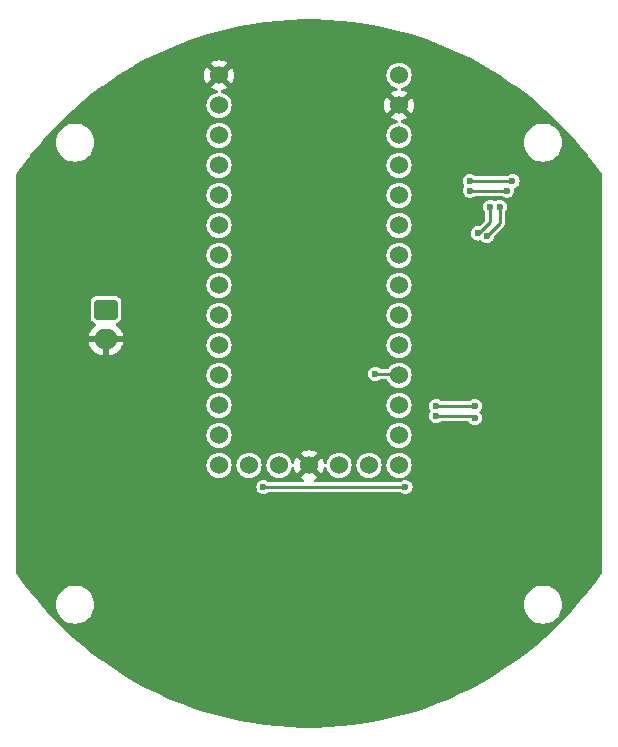
<source format=gbr>
%TF.GenerationSoftware,KiCad,Pcbnew,8.0.1*%
%TF.CreationDate,2024-04-29T03:40:20-07:00*%
%TF.ProjectId,CanSat PCB,43616e53-6174-4205-9043-422e6b696361,4*%
%TF.SameCoordinates,Original*%
%TF.FileFunction,Copper,L2,Bot*%
%TF.FilePolarity,Positive*%
%FSLAX46Y46*%
G04 Gerber Fmt 4.6, Leading zero omitted, Abs format (unit mm)*
G04 Created by KiCad (PCBNEW 8.0.1) date 2024-04-29 03:40:20*
%MOMM*%
%LPD*%
G01*
G04 APERTURE LIST*
G04 Aperture macros list*
%AMRoundRect*
0 Rectangle with rounded corners*
0 $1 Rounding radius*
0 $2 $3 $4 $5 $6 $7 $8 $9 X,Y pos of 4 corners*
0 Add a 4 corners polygon primitive as box body*
4,1,4,$2,$3,$4,$5,$6,$7,$8,$9,$2,$3,0*
0 Add four circle primitives for the rounded corners*
1,1,$1+$1,$2,$3*
1,1,$1+$1,$4,$5*
1,1,$1+$1,$6,$7*
1,1,$1+$1,$8,$9*
0 Add four rect primitives between the rounded corners*
20,1,$1+$1,$2,$3,$4,$5,0*
20,1,$1+$1,$4,$5,$6,$7,0*
20,1,$1+$1,$6,$7,$8,$9,0*
20,1,$1+$1,$8,$9,$2,$3,0*%
G04 Aperture macros list end*
%TA.AperFunction,ComponentPad*%
%ADD10RoundRect,0.250000X-0.750000X0.600000X-0.750000X-0.600000X0.750000X-0.600000X0.750000X0.600000X0*%
%TD*%
%TA.AperFunction,ComponentPad*%
%ADD11O,2.000000X1.700000*%
%TD*%
%TA.AperFunction,ComponentPad*%
%ADD12C,1.530000*%
%TD*%
%TA.AperFunction,ViaPad*%
%ADD13C,0.600000*%
%TD*%
%TA.AperFunction,Conductor*%
%ADD14C,0.250000*%
%TD*%
G04 APERTURE END LIST*
D10*
%TO.P,J8,1,Pin_1*%
%TO.N,+12V*%
X81354000Y-58282000D03*
D11*
%TO.P,J8,2,Pin_2*%
%TO.N,GND*%
X81354000Y-60782000D03*
%TD*%
D12*
%TO.P,U6,0,0*%
%TO.N,unconnected-(U6-Pad0)*%
X90932000Y-40990000D03*
%TO.P,U6,1,1*%
%TO.N,unconnected-(U6-Pad1)*%
X90932000Y-43530000D03*
%TO.P,U6,2,2*%
%TO.N,unconnected-(U6-Pad2)*%
X90932000Y-46070000D03*
%TO.P,U6,3,3*%
%TO.N,unconnected-(U6-Pad3)*%
X90932000Y-48610000D03*
%TO.P,U6,3.3V_1,3.3V_1*%
%TO.N,+3.3V*%
X96012000Y-71470000D03*
%TO.P,U6,3.3V_2,3.3V_2*%
X106172000Y-43530000D03*
%TO.P,U6,4,4*%
%TO.N,unconnected-(U6-Pad4)*%
X90932000Y-51150000D03*
%TO.P,U6,5,5*%
%TO.N,unconnected-(U6-Pad5)*%
X90932000Y-53690000D03*
%TO.P,U6,6,6*%
%TO.N,unconnected-(U6-Pad6)*%
X90932000Y-56230000D03*
%TO.P,U6,7,7*%
%TO.N,TX_GPS*%
X90932000Y-58770000D03*
%TO.P,U6,8,8*%
%TO.N,RX_GPS*%
X90932000Y-61310000D03*
%TO.P,U6,9,9*%
%TO.N,PWM_4*%
X90932000Y-63850000D03*
%TO.P,U6,10,10*%
%TO.N,FET1*%
X90932000Y-66390000D03*
%TO.P,U6,11,11*%
%TO.N,unconnected-(U6-Pad11)*%
X90932000Y-68930000D03*
%TO.P,U6,12,12*%
%TO.N,FET2*%
X90932000Y-71470000D03*
%TO.P,U6,13,13*%
%TO.N,PWM_3*%
X106172000Y-71470000D03*
%TO.P,U6,14,14*%
%TO.N,TXD*%
X106172000Y-68930000D03*
%TO.P,U6,15,15*%
%TO.N,RXD*%
X106172000Y-66390000D03*
%TO.P,U6,16,16*%
%TO.N,SCL1*%
X106172000Y-63850000D03*
%TO.P,U6,17,17*%
%TO.N,SDA1*%
X106172000Y-61310000D03*
%TO.P,U6,18,18*%
%TO.N,SDA*%
X106172000Y-58770000D03*
%TO.P,U6,19,19*%
%TO.N,SCL*%
X106172000Y-56230000D03*
%TO.P,U6,20,20*%
%TO.N,unconnected-(U6-Pad20)*%
X106172000Y-53690000D03*
%TO.P,U6,21,21*%
%TO.N,unconnected-(U6-Pad21)*%
X106172000Y-51150000D03*
%TO.P,U6,22,22*%
%TO.N,PWM_2*%
X106172000Y-48610000D03*
%TO.P,U6,23,23*%
%TO.N,PWM_1*%
X106172000Y-46070000D03*
%TO.P,U6,G1,G1*%
%TO.N,GND*%
X90932000Y-38450000D03*
%TO.P,U6,G2,G2*%
X98552000Y-71470000D03*
%TO.P,U6,G3,G3*%
X106172000Y-40990000D03*
%TO.P,U6,ON-OFF,ON/OFF*%
%TO.N,unconnected-(U6-ON{slash}OFF-PadON-OFF)*%
X103632000Y-71470000D03*
%TO.P,U6,PGM,PROGRAM*%
%TO.N,unconnected-(U6-PROGRAM-PadPGM)*%
X101092000Y-71470000D03*
%TO.P,U6,VBAT,VBAT*%
%TO.N,unconnected-(U6-PadVBAT)*%
X93472000Y-71470000D03*
%TO.P,U6,VIN,VIN*%
%TO.N,+5V*%
X106172000Y-38450000D03*
%TD*%
D13*
%TO.N,GND*%
X84175600Y-74447400D03*
X80416400Y-66700400D03*
X78562200Y-66294000D03*
%TO.N,FET2*%
X94691200Y-73304400D03*
%TO.N,GND*%
X115646200Y-70764400D03*
X85902800Y-40741600D03*
%TO.N,TXD*%
X109321600Y-67259200D03*
%TO.N,RXD*%
X109321600Y-66446400D03*
%TO.N,GND*%
X111861600Y-43276000D03*
X117449600Y-78378800D03*
X95351600Y-90723200D03*
X109372400Y-71688600D03*
X111128246Y-82550401D03*
X79502000Y-67253600D03*
X79451200Y-78124800D03*
X87604600Y-57683400D03*
X103784400Y-76092800D03*
X105156000Y-87827600D03*
X85140800Y-73197200D03*
X85852000Y-42113200D03*
X105156000Y-77566000D03*
X114945000Y-45249389D03*
X112369600Y-71470000D03*
X109524800Y-74518000D03*
X90474800Y-79140800D03*
X117449600Y-60598800D03*
X111099600Y-76499200D03*
X86055200Y-48559200D03*
X113639600Y-41294800D03*
X110949981Y-50074276D03*
X94742000Y-77566000D03*
X109118400Y-51861200D03*
X87884000Y-48152800D03*
X79400400Y-74975200D03*
X109966600Y-69539600D03*
X86004400Y-47797200D03*
X91948000Y-87776800D03*
X88544400Y-49727600D03*
X113944400Y-43733200D03*
X117398800Y-52420000D03*
X86918800Y-48152800D03*
X101142800Y-90824800D03*
X113886400Y-82595200D03*
X79654400Y-50337200D03*
X117398800Y-65988200D03*
%TO.N,PWM_2*%
X115316000Y-48203600D03*
X112166400Y-48203600D03*
%TO.N,PWM_1*%
X112166400Y-47390800D03*
X115773200Y-47390800D03*
%TO.N,SDA*%
X112835293Y-51828945D03*
X113893600Y-49575200D03*
%TO.N,SCL*%
X113600800Y-52061331D03*
X114693603Y-49575200D03*
%TO.N,SCL1*%
X104157700Y-63715300D03*
%TO.N,RXD*%
X112572800Y-66440800D03*
%TO.N,TXD*%
X112572800Y-67456800D03*
%TO.N,FET2*%
X106705400Y-73298800D03*
%TD*%
D14*
%TO.N,FET2*%
X94696800Y-73298800D02*
X94691200Y-73304400D01*
X106705400Y-73298800D02*
X94696800Y-73298800D01*
%TO.N,TXD*%
X112375200Y-67259200D02*
X109321600Y-67259200D01*
X112572800Y-67456800D02*
X112375200Y-67259200D01*
%TO.N,RXD*%
X109327200Y-66440800D02*
X109321600Y-66446400D01*
X112572800Y-66440800D02*
X109327200Y-66440800D01*
%TO.N,PWM_2*%
X115316000Y-48203600D02*
X112166400Y-48203600D01*
%TO.N,PWM_1*%
X115773200Y-47390800D02*
X112166400Y-47390800D01*
%TO.N,SDA*%
X112949302Y-51828945D02*
X113893600Y-50884647D01*
X112835293Y-51828945D02*
X112949302Y-51828945D01*
X113893600Y-50884647D02*
X113893600Y-49575200D01*
%TO.N,SCL*%
X113600800Y-52061331D02*
X114693603Y-50968528D01*
X114693603Y-50968528D02*
X114693603Y-49575200D01*
%TO.N,SCL1*%
X104157700Y-63715300D02*
X105595500Y-63715300D01*
%TD*%
%TA.AperFunction,Conductor*%
%TO.N,GND*%
G36*
X99087798Y-33713234D02*
G01*
X100149851Y-33751046D01*
X100154250Y-33751280D01*
X101214373Y-33826860D01*
X101218665Y-33827243D01*
X102275407Y-33940492D01*
X102279785Y-33941039D01*
X103331814Y-34091813D01*
X103336155Y-34092514D01*
X104382160Y-34280623D01*
X104386385Y-34281460D01*
X105425104Y-34506681D01*
X105429326Y-34507676D01*
X106459292Y-34769690D01*
X106463520Y-34770845D01*
X107483566Y-35069355D01*
X107487720Y-35070652D01*
X108496422Y-35405239D01*
X108500585Y-35406702D01*
X109496768Y-35776975D01*
X109500876Y-35778586D01*
X110483230Y-36184058D01*
X110487277Y-36185813D01*
X111454589Y-36625983D01*
X111458525Y-36627859D01*
X112409636Y-37102202D01*
X112413506Y-37104219D01*
X113311247Y-37592578D01*
X113347064Y-37612062D01*
X113350901Y-37614238D01*
X114265818Y-38154985D01*
X114269536Y-38157273D01*
X114726847Y-38449999D01*
X115164641Y-38730233D01*
X115168314Y-38732677D01*
X115772341Y-39150341D01*
X116042448Y-39337110D01*
X116046027Y-39339681D01*
X116898102Y-39974830D01*
X116901565Y-39977509D01*
X117730536Y-40642600D01*
X117733908Y-40645406D01*
X118538661Y-41339546D01*
X118541930Y-41342468D01*
X119321512Y-42064832D01*
X119324650Y-42067846D01*
X120078025Y-42817478D01*
X120081053Y-42820600D01*
X120807287Y-43596569D01*
X120810244Y-43599844D01*
X121508367Y-44401112D01*
X121511206Y-44404490D01*
X122180388Y-45230102D01*
X122183105Y-45233579D01*
X122822476Y-46082460D01*
X122825067Y-46086031D01*
X123327539Y-46805026D01*
X123349807Y-46871252D01*
X123349900Y-46876057D01*
X123349900Y-80519141D01*
X123330215Y-80586180D01*
X123327540Y-80590172D01*
X122825068Y-81309169D01*
X122822476Y-81312740D01*
X122183105Y-82161620D01*
X122180388Y-82165097D01*
X121511206Y-82990709D01*
X121508367Y-82994087D01*
X120810244Y-83795355D01*
X120807287Y-83798630D01*
X120081075Y-84574577D01*
X120078003Y-84577744D01*
X119324658Y-85327345D01*
X119321475Y-85330402D01*
X118541951Y-86052713D01*
X118538661Y-86055653D01*
X117733908Y-86749793D01*
X117730516Y-86752616D01*
X116901578Y-87417680D01*
X116898088Y-87420379D01*
X116046032Y-88055515D01*
X116042448Y-88058089D01*
X115168315Y-88662521D01*
X115164641Y-88664966D01*
X114269556Y-89237914D01*
X114265798Y-89240226D01*
X113350902Y-89780960D01*
X113347064Y-89783137D01*
X112413528Y-90290968D01*
X112409615Y-90293008D01*
X111458548Y-90767329D01*
X111454565Y-90769227D01*
X110487278Y-91209385D01*
X110483230Y-91211141D01*
X109500876Y-91616613D01*
X109496768Y-91618224D01*
X108500585Y-91988497D01*
X108496422Y-91989960D01*
X107487749Y-92324538D01*
X107483537Y-92325853D01*
X106463534Y-92624350D01*
X106459278Y-92625513D01*
X105429363Y-92887514D01*
X105425068Y-92888526D01*
X104386437Y-93113728D01*
X104382108Y-93114586D01*
X103336162Y-93302683D01*
X103331807Y-93303387D01*
X102279786Y-93454159D01*
X102275407Y-93454707D01*
X101218716Y-93567951D01*
X101214321Y-93568343D01*
X100154254Y-93643918D01*
X100149848Y-93644153D01*
X99087799Y-93681965D01*
X99083387Y-93682044D01*
X98020613Y-93682044D01*
X98016201Y-93681965D01*
X96954151Y-93644153D01*
X96949745Y-93643918D01*
X95889678Y-93568343D01*
X95885283Y-93567951D01*
X94828592Y-93454707D01*
X94824213Y-93454159D01*
X93772192Y-93303387D01*
X93767837Y-93302683D01*
X92732451Y-93116485D01*
X92721883Y-93114584D01*
X92717571Y-93113729D01*
X91678931Y-92888526D01*
X91674636Y-92887514D01*
X90644721Y-92625513D01*
X90640465Y-92624350D01*
X89620462Y-92325853D01*
X89616250Y-92324538D01*
X88607577Y-91989960D01*
X88603414Y-91988497D01*
X87607231Y-91618224D01*
X87603123Y-91616613D01*
X86620769Y-91211141D01*
X86616721Y-91209385D01*
X85649434Y-90769227D01*
X85645451Y-90767329D01*
X84694384Y-90293008D01*
X84690471Y-90290968D01*
X83756935Y-89783137D01*
X83753097Y-89780960D01*
X82838201Y-89240226D01*
X82834443Y-89237914D01*
X81939358Y-88664966D01*
X81935684Y-88662521D01*
X81061551Y-88058089D01*
X81057967Y-88055515D01*
X80205911Y-87420379D01*
X80202421Y-87417680D01*
X79373468Y-86752604D01*
X79370091Y-86749793D01*
X78565338Y-86055653D01*
X78562065Y-86052728D01*
X77782488Y-85330368D01*
X77779341Y-85327345D01*
X77320281Y-84870566D01*
X77025973Y-84577720D01*
X77022947Y-84574600D01*
X76296703Y-83798620D01*
X76293755Y-83795355D01*
X76282990Y-83783000D01*
X75823481Y-83255600D01*
X77125033Y-83255600D01*
X77144916Y-83508239D01*
X77204073Y-83754649D01*
X77301051Y-83988776D01*
X77301053Y-83988779D01*
X77433460Y-84204849D01*
X77433461Y-84204850D01*
X77433462Y-84204852D01*
X77433464Y-84204854D01*
X77598046Y-84397554D01*
X77790746Y-84562136D01*
X77790748Y-84562137D01*
X77790749Y-84562138D01*
X77790750Y-84562139D01*
X78006820Y-84694546D01*
X78006823Y-84694548D01*
X78240950Y-84791526D01*
X78469881Y-84846486D01*
X78487364Y-84850684D01*
X78740000Y-84870567D01*
X78992636Y-84850684D01*
X79115844Y-84821104D01*
X79239049Y-84791526D01*
X79239050Y-84791525D01*
X79239052Y-84791525D01*
X79336027Y-84751356D01*
X79473176Y-84694548D01*
X79473177Y-84694547D01*
X79473180Y-84694546D01*
X79689254Y-84562136D01*
X79881954Y-84397554D01*
X80046536Y-84204854D01*
X80178946Y-83988780D01*
X80275925Y-83754652D01*
X80335084Y-83508236D01*
X80354967Y-83255600D01*
X116749033Y-83255600D01*
X116768916Y-83508239D01*
X116828073Y-83754649D01*
X116925051Y-83988776D01*
X116925053Y-83988779D01*
X117057460Y-84204849D01*
X117057461Y-84204850D01*
X117057462Y-84204852D01*
X117057464Y-84204854D01*
X117222046Y-84397554D01*
X117414746Y-84562136D01*
X117414748Y-84562137D01*
X117414749Y-84562138D01*
X117414750Y-84562139D01*
X117630820Y-84694546D01*
X117630823Y-84694548D01*
X117864950Y-84791526D01*
X118093881Y-84846486D01*
X118111364Y-84850684D01*
X118364000Y-84870567D01*
X118616636Y-84850684D01*
X118739844Y-84821104D01*
X118863049Y-84791526D01*
X118863050Y-84791525D01*
X118863052Y-84791525D01*
X118960027Y-84751356D01*
X119097176Y-84694548D01*
X119097177Y-84694547D01*
X119097180Y-84694546D01*
X119313254Y-84562136D01*
X119505954Y-84397554D01*
X119670536Y-84204854D01*
X119802946Y-83988780D01*
X119899925Y-83754652D01*
X119959084Y-83508236D01*
X119978967Y-83255600D01*
X119959084Y-83002964D01*
X119916354Y-82824980D01*
X119899926Y-82756550D01*
X119802948Y-82522423D01*
X119802946Y-82522420D01*
X119670539Y-82306350D01*
X119670538Y-82306349D01*
X119670537Y-82306348D01*
X119670536Y-82306346D01*
X119505954Y-82113646D01*
X119313254Y-81949064D01*
X119313252Y-81949062D01*
X119313250Y-81949061D01*
X119313249Y-81949060D01*
X119097179Y-81816653D01*
X119097176Y-81816651D01*
X118863049Y-81719673D01*
X118616639Y-81660516D01*
X118364000Y-81640633D01*
X118111360Y-81660516D01*
X117864950Y-81719673D01*
X117630823Y-81816651D01*
X117630820Y-81816653D01*
X117414750Y-81949060D01*
X117414749Y-81949061D01*
X117222046Y-82113646D01*
X117057461Y-82306349D01*
X117057460Y-82306350D01*
X116925053Y-82522420D01*
X116925051Y-82522423D01*
X116828073Y-82756550D01*
X116768916Y-83002960D01*
X116749033Y-83255600D01*
X80354967Y-83255600D01*
X80335084Y-83002964D01*
X80292354Y-82824980D01*
X80275926Y-82756550D01*
X80178948Y-82522423D01*
X80178946Y-82522420D01*
X80046539Y-82306350D01*
X80046538Y-82306349D01*
X80046537Y-82306348D01*
X80046536Y-82306346D01*
X79881954Y-82113646D01*
X79689254Y-81949064D01*
X79689252Y-81949062D01*
X79689250Y-81949061D01*
X79689249Y-81949060D01*
X79473179Y-81816653D01*
X79473176Y-81816651D01*
X79239049Y-81719673D01*
X78992639Y-81660516D01*
X78740000Y-81640633D01*
X78487360Y-81660516D01*
X78240950Y-81719673D01*
X78006823Y-81816651D01*
X78006820Y-81816653D01*
X77790750Y-81949060D01*
X77790749Y-81949061D01*
X77598046Y-82113646D01*
X77433461Y-82306349D01*
X77433460Y-82306350D01*
X77301053Y-82522420D01*
X77301051Y-82522423D01*
X77204073Y-82756550D01*
X77144916Y-83002960D01*
X77125033Y-83255600D01*
X75823481Y-83255600D01*
X75595632Y-82994087D01*
X75592793Y-82990709D01*
X74923611Y-82165097D01*
X74920894Y-82161620D01*
X74528490Y-81640633D01*
X74281518Y-81312733D01*
X74278931Y-81309169D01*
X73776460Y-80590172D01*
X73754193Y-80523945D01*
X73754100Y-80519141D01*
X73754100Y-73304401D01*
X94085518Y-73304401D01*
X94106155Y-73461160D01*
X94106156Y-73461162D01*
X94164343Y-73601639D01*
X94166664Y-73607241D01*
X94262918Y-73732682D01*
X94388359Y-73828936D01*
X94534438Y-73889444D01*
X94612819Y-73899763D01*
X94691199Y-73910082D01*
X94691200Y-73910082D01*
X94691201Y-73910082D01*
X94743454Y-73903202D01*
X94847962Y-73889444D01*
X94994041Y-73828936D01*
X95013842Y-73813741D01*
X95097013Y-73749924D01*
X95162182Y-73724730D01*
X95172499Y-73724300D01*
X106231399Y-73724300D01*
X106298438Y-73743985D01*
X106306885Y-73749924D01*
X106402557Y-73823335D01*
X106402558Y-73823335D01*
X106402559Y-73823336D01*
X106548638Y-73883844D01*
X106627019Y-73894163D01*
X106705399Y-73904482D01*
X106705400Y-73904482D01*
X106705401Y-73904482D01*
X106757654Y-73897602D01*
X106862162Y-73883844D01*
X107008241Y-73823336D01*
X107133682Y-73727082D01*
X107229936Y-73601641D01*
X107290444Y-73455562D01*
X107311082Y-73298800D01*
X107290444Y-73142038D01*
X107229936Y-72995959D01*
X107133682Y-72870518D01*
X107008241Y-72774264D01*
X106950348Y-72750284D01*
X106862162Y-72713756D01*
X106862160Y-72713755D01*
X106705401Y-72693118D01*
X106705399Y-72693118D01*
X106623562Y-72703892D01*
X106554527Y-72693126D01*
X106515283Y-72658295D01*
X106495862Y-72714953D01*
X106442094Y-72757888D01*
X106402557Y-72774264D01*
X106306885Y-72847676D01*
X106241715Y-72872870D01*
X106231399Y-72873300D01*
X99095186Y-72873300D01*
X99028147Y-72853615D01*
X98982392Y-72800811D01*
X98972448Y-72731653D01*
X99001473Y-72668097D01*
X99042781Y-72636918D01*
X99186915Y-72569706D01*
X99252342Y-72523894D01*
X98689575Y-71961127D01*
X98748853Y-71945245D01*
X98865147Y-71878102D01*
X98960102Y-71783147D01*
X99027245Y-71666853D01*
X99043128Y-71607575D01*
X99605894Y-72170342D01*
X99651706Y-72104915D01*
X99745250Y-71904309D01*
X99745254Y-71904300D01*
X99803941Y-71685275D01*
X99806343Y-71685918D01*
X99832647Y-71632707D01*
X99892556Y-71596753D01*
X99962393Y-71598896D01*
X100019985Y-71638456D01*
X100042485Y-71680750D01*
X100102844Y-71879723D01*
X100201779Y-72064818D01*
X100201783Y-72064825D01*
X100334932Y-72227067D01*
X100497174Y-72360216D01*
X100497181Y-72360220D01*
X100682272Y-72459153D01*
X100682278Y-72459156D01*
X100883126Y-72520083D01*
X101092000Y-72540655D01*
X101300874Y-72520083D01*
X101501722Y-72459156D01*
X101686824Y-72360217D01*
X101849067Y-72227067D01*
X101982217Y-72064824D01*
X102081156Y-71879722D01*
X102142083Y-71678874D01*
X102162655Y-71470000D01*
X102561345Y-71470000D01*
X102581917Y-71678876D01*
X102642844Y-71879723D01*
X102741779Y-72064818D01*
X102741783Y-72064825D01*
X102874932Y-72227067D01*
X103037174Y-72360216D01*
X103037181Y-72360220D01*
X103222272Y-72459153D01*
X103222278Y-72459156D01*
X103423126Y-72520083D01*
X103632000Y-72540655D01*
X103840874Y-72520083D01*
X104041722Y-72459156D01*
X104226824Y-72360217D01*
X104389067Y-72227067D01*
X104522217Y-72064824D01*
X104621156Y-71879722D01*
X104682083Y-71678874D01*
X104702655Y-71470000D01*
X105101345Y-71470000D01*
X105121917Y-71678876D01*
X105182844Y-71879723D01*
X105281779Y-72064818D01*
X105281783Y-72064825D01*
X105414932Y-72227067D01*
X105577174Y-72360216D01*
X105577181Y-72360220D01*
X105762272Y-72459153D01*
X105762278Y-72459156D01*
X105963126Y-72520083D01*
X106172000Y-72540655D01*
X106380874Y-72520083D01*
X106380874Y-72520082D01*
X106382487Y-72519924D01*
X106451133Y-72532943D01*
X106487178Y-72567108D01*
X106503867Y-72512677D01*
X106557211Y-72467554D01*
X106571372Y-72462295D01*
X106581722Y-72459156D01*
X106766824Y-72360217D01*
X106929067Y-72227067D01*
X107062217Y-72064824D01*
X107161156Y-71879722D01*
X107222083Y-71678874D01*
X107242655Y-71470000D01*
X107222083Y-71261126D01*
X107161156Y-71060278D01*
X107148018Y-71035699D01*
X107062220Y-70875181D01*
X107062216Y-70875174D01*
X106929067Y-70712932D01*
X106766825Y-70579783D01*
X106766818Y-70579779D01*
X106581723Y-70480844D01*
X106380876Y-70419917D01*
X106172000Y-70399345D01*
X105963123Y-70419917D01*
X105762276Y-70480844D01*
X105577181Y-70579779D01*
X105577174Y-70579783D01*
X105414932Y-70712932D01*
X105281783Y-70875174D01*
X105281779Y-70875181D01*
X105182844Y-71060276D01*
X105121917Y-71261123D01*
X105101345Y-71470000D01*
X104702655Y-71470000D01*
X104682083Y-71261126D01*
X104621156Y-71060278D01*
X104608018Y-71035699D01*
X104522220Y-70875181D01*
X104522216Y-70875174D01*
X104389067Y-70712932D01*
X104226825Y-70579783D01*
X104226818Y-70579779D01*
X104041723Y-70480844D01*
X103840876Y-70419917D01*
X103632000Y-70399345D01*
X103423123Y-70419917D01*
X103222276Y-70480844D01*
X103037181Y-70579779D01*
X103037174Y-70579783D01*
X102874932Y-70712932D01*
X102741783Y-70875174D01*
X102741779Y-70875181D01*
X102642844Y-71060276D01*
X102581917Y-71261123D01*
X102561345Y-71470000D01*
X102162655Y-71470000D01*
X102142083Y-71261126D01*
X102081156Y-71060278D01*
X102068018Y-71035699D01*
X101982220Y-70875181D01*
X101982216Y-70875174D01*
X101849067Y-70712932D01*
X101686825Y-70579783D01*
X101686818Y-70579779D01*
X101501723Y-70480844D01*
X101300876Y-70419917D01*
X101092000Y-70399345D01*
X100883123Y-70419917D01*
X100682276Y-70480844D01*
X100497181Y-70579779D01*
X100497174Y-70579783D01*
X100334932Y-70712932D01*
X100201783Y-70875174D01*
X100201779Y-70875181D01*
X100102844Y-71060276D01*
X100042485Y-71259249D01*
X100004187Y-71317688D01*
X99940375Y-71346144D01*
X99871308Y-71335583D01*
X99818915Y-71289358D01*
X99805409Y-71254331D01*
X99803941Y-71254725D01*
X99745254Y-71035699D01*
X99745250Y-71035690D01*
X99651707Y-70835085D01*
X99651706Y-70835083D01*
X99605894Y-70769657D01*
X99605894Y-70769656D01*
X99043127Y-71332423D01*
X99027245Y-71273147D01*
X98960102Y-71156853D01*
X98865147Y-71061898D01*
X98748853Y-70994755D01*
X98689575Y-70978872D01*
X99252342Y-70416105D01*
X99252341Y-70416103D01*
X99186919Y-70370295D01*
X98986309Y-70276749D01*
X98986300Y-70276745D01*
X98772509Y-70219461D01*
X98772499Y-70219459D01*
X98552001Y-70200168D01*
X98551999Y-70200168D01*
X98331500Y-70219459D01*
X98331490Y-70219461D01*
X98117699Y-70276745D01*
X98117690Y-70276749D01*
X97917084Y-70370293D01*
X97851657Y-70416104D01*
X98414424Y-70978871D01*
X98355147Y-70994755D01*
X98238853Y-71061898D01*
X98143898Y-71156853D01*
X98076755Y-71273147D01*
X98060871Y-71332424D01*
X97498104Y-70769657D01*
X97452293Y-70835084D01*
X97358749Y-71035690D01*
X97358745Y-71035699D01*
X97300059Y-71254725D01*
X97297698Y-71254092D01*
X97271198Y-71307459D01*
X97211222Y-71343303D01*
X97141390Y-71341032D01*
X97083871Y-71301366D01*
X97061514Y-71259251D01*
X97001156Y-71060278D01*
X97001153Y-71060274D01*
X97001153Y-71060271D01*
X96902220Y-70875181D01*
X96902216Y-70875174D01*
X96769067Y-70712932D01*
X96606825Y-70579783D01*
X96606818Y-70579779D01*
X96421723Y-70480844D01*
X96220876Y-70419917D01*
X96012000Y-70399345D01*
X95803123Y-70419917D01*
X95602276Y-70480844D01*
X95417181Y-70579779D01*
X95417174Y-70579783D01*
X95254932Y-70712932D01*
X95121783Y-70875174D01*
X95121779Y-70875181D01*
X95022844Y-71060276D01*
X94961917Y-71261123D01*
X94941345Y-71470000D01*
X94961917Y-71678876D01*
X95022844Y-71879723D01*
X95121779Y-72064818D01*
X95121783Y-72064825D01*
X95254932Y-72227067D01*
X95417174Y-72360216D01*
X95417181Y-72360220D01*
X95602272Y-72459153D01*
X95602278Y-72459156D01*
X95803126Y-72520083D01*
X96012000Y-72540655D01*
X96220874Y-72520083D01*
X96421722Y-72459156D01*
X96606824Y-72360217D01*
X96769067Y-72227067D01*
X96902217Y-72064824D01*
X97001156Y-71879722D01*
X97061514Y-71680749D01*
X97099811Y-71622312D01*
X97163623Y-71593856D01*
X97232690Y-71604416D01*
X97285084Y-71650640D01*
X97298613Y-71685662D01*
X97300059Y-71685275D01*
X97358745Y-71904300D01*
X97358749Y-71904309D01*
X97452295Y-72104919D01*
X97498103Y-72170341D01*
X97498105Y-72170342D01*
X98060871Y-71607575D01*
X98076755Y-71666853D01*
X98143898Y-71783147D01*
X98238853Y-71878102D01*
X98355147Y-71945245D01*
X98414424Y-71961128D01*
X97851656Y-72523894D01*
X97917083Y-72569706D01*
X97917085Y-72569707D01*
X98061219Y-72636918D01*
X98113658Y-72683090D01*
X98132810Y-72750284D01*
X98112594Y-72817165D01*
X98059429Y-72862499D01*
X98008814Y-72873300D01*
X95157902Y-72873300D01*
X95090863Y-72853615D01*
X95082416Y-72847676D01*
X94994042Y-72779864D01*
X94847962Y-72719356D01*
X94847960Y-72719355D01*
X94691201Y-72698718D01*
X94691199Y-72698718D01*
X94534439Y-72719355D01*
X94534437Y-72719356D01*
X94388360Y-72779863D01*
X94262918Y-72876118D01*
X94166663Y-73001560D01*
X94106156Y-73147637D01*
X94106155Y-73147639D01*
X94085518Y-73304398D01*
X94085518Y-73304401D01*
X73754100Y-73304401D01*
X73754100Y-71470000D01*
X89861345Y-71470000D01*
X89881917Y-71678876D01*
X89942844Y-71879723D01*
X90041779Y-72064818D01*
X90041783Y-72064825D01*
X90174932Y-72227067D01*
X90337174Y-72360216D01*
X90337181Y-72360220D01*
X90522272Y-72459153D01*
X90522278Y-72459156D01*
X90723126Y-72520083D01*
X90932000Y-72540655D01*
X91140874Y-72520083D01*
X91341722Y-72459156D01*
X91526824Y-72360217D01*
X91689067Y-72227067D01*
X91822217Y-72064824D01*
X91921156Y-71879722D01*
X91982083Y-71678874D01*
X92002655Y-71470000D01*
X92401345Y-71470000D01*
X92421917Y-71678876D01*
X92482844Y-71879723D01*
X92581779Y-72064818D01*
X92581783Y-72064825D01*
X92714932Y-72227067D01*
X92877174Y-72360216D01*
X92877181Y-72360220D01*
X93062272Y-72459153D01*
X93062278Y-72459156D01*
X93263126Y-72520083D01*
X93472000Y-72540655D01*
X93680874Y-72520083D01*
X93881722Y-72459156D01*
X94066824Y-72360217D01*
X94229067Y-72227067D01*
X94362217Y-72064824D01*
X94461156Y-71879722D01*
X94522083Y-71678874D01*
X94542655Y-71470000D01*
X94522083Y-71261126D01*
X94461156Y-71060278D01*
X94448018Y-71035699D01*
X94362220Y-70875181D01*
X94362216Y-70875174D01*
X94229067Y-70712932D01*
X94066825Y-70579783D01*
X94066818Y-70579779D01*
X93881723Y-70480844D01*
X93680876Y-70419917D01*
X93472000Y-70399345D01*
X93263123Y-70419917D01*
X93062276Y-70480844D01*
X92877181Y-70579779D01*
X92877174Y-70579783D01*
X92714932Y-70712932D01*
X92581783Y-70875174D01*
X92581779Y-70875181D01*
X92482844Y-71060276D01*
X92421917Y-71261123D01*
X92401345Y-71470000D01*
X92002655Y-71470000D01*
X91982083Y-71261126D01*
X91921156Y-71060278D01*
X91908018Y-71035699D01*
X91822220Y-70875181D01*
X91822216Y-70875174D01*
X91689067Y-70712932D01*
X91526825Y-70579783D01*
X91526818Y-70579779D01*
X91341723Y-70480844D01*
X91140876Y-70419917D01*
X90932000Y-70399345D01*
X90723123Y-70419917D01*
X90522276Y-70480844D01*
X90337181Y-70579779D01*
X90337174Y-70579783D01*
X90174932Y-70712932D01*
X90041783Y-70875174D01*
X90041779Y-70875181D01*
X89942844Y-71060276D01*
X89881917Y-71261123D01*
X89861345Y-71470000D01*
X73754100Y-71470000D01*
X73754100Y-68930000D01*
X89861345Y-68930000D01*
X89881917Y-69138876D01*
X89942844Y-69339723D01*
X90041779Y-69524818D01*
X90041783Y-69524825D01*
X90174932Y-69687067D01*
X90337174Y-69820216D01*
X90337181Y-69820220D01*
X90522276Y-69919155D01*
X90522278Y-69919156D01*
X90723126Y-69980083D01*
X90932000Y-70000655D01*
X91140874Y-69980083D01*
X91341722Y-69919156D01*
X91526824Y-69820217D01*
X91689067Y-69687067D01*
X91822217Y-69524824D01*
X91921156Y-69339722D01*
X91982083Y-69138874D01*
X92002655Y-68930000D01*
X105101345Y-68930000D01*
X105121917Y-69138876D01*
X105182844Y-69339723D01*
X105281779Y-69524818D01*
X105281783Y-69524825D01*
X105414932Y-69687067D01*
X105577174Y-69820216D01*
X105577181Y-69820220D01*
X105762276Y-69919155D01*
X105762278Y-69919156D01*
X105963126Y-69980083D01*
X106172000Y-70000655D01*
X106380874Y-69980083D01*
X106581722Y-69919156D01*
X106766824Y-69820217D01*
X106929067Y-69687067D01*
X107062217Y-69524824D01*
X107161156Y-69339722D01*
X107222083Y-69138874D01*
X107242655Y-68930000D01*
X107222083Y-68721126D01*
X107161156Y-68520278D01*
X107062217Y-68335176D01*
X107062216Y-68335174D01*
X106929067Y-68172932D01*
X106766825Y-68039783D01*
X106766818Y-68039779D01*
X106581723Y-67940844D01*
X106380876Y-67879917D01*
X106172000Y-67859345D01*
X105963123Y-67879917D01*
X105762276Y-67940844D01*
X105577181Y-68039779D01*
X105577174Y-68039783D01*
X105414932Y-68172932D01*
X105281783Y-68335174D01*
X105281779Y-68335181D01*
X105182844Y-68520276D01*
X105121917Y-68721123D01*
X105101345Y-68930000D01*
X92002655Y-68930000D01*
X91982083Y-68721126D01*
X91921156Y-68520278D01*
X91822217Y-68335176D01*
X91822216Y-68335174D01*
X91689067Y-68172932D01*
X91526825Y-68039783D01*
X91526818Y-68039779D01*
X91341723Y-67940844D01*
X91140876Y-67879917D01*
X90932000Y-67859345D01*
X90723123Y-67879917D01*
X90522276Y-67940844D01*
X90337181Y-68039779D01*
X90337174Y-68039783D01*
X90174932Y-68172932D01*
X90041783Y-68335174D01*
X90041779Y-68335181D01*
X89942844Y-68520276D01*
X89881917Y-68721123D01*
X89861345Y-68930000D01*
X73754100Y-68930000D01*
X73754100Y-66390000D01*
X89861345Y-66390000D01*
X89881917Y-66598876D01*
X89942844Y-66799723D01*
X90041779Y-66984818D01*
X90041783Y-66984825D01*
X90174932Y-67147067D01*
X90337174Y-67280216D01*
X90337181Y-67280220D01*
X90374260Y-67300039D01*
X90522278Y-67379156D01*
X90723126Y-67440083D01*
X90932000Y-67460655D01*
X91140874Y-67440083D01*
X91341722Y-67379156D01*
X91526824Y-67280217D01*
X91689067Y-67147067D01*
X91822217Y-66984824D01*
X91921156Y-66799722D01*
X91982083Y-66598874D01*
X92002655Y-66390000D01*
X105101345Y-66390000D01*
X105121917Y-66598876D01*
X105182844Y-66799723D01*
X105281779Y-66984818D01*
X105281783Y-66984825D01*
X105414932Y-67147067D01*
X105577174Y-67280216D01*
X105577181Y-67280220D01*
X105614260Y-67300039D01*
X105762278Y-67379156D01*
X105963126Y-67440083D01*
X106172000Y-67460655D01*
X106380874Y-67440083D01*
X106581722Y-67379156D01*
X106766824Y-67280217D01*
X106792432Y-67259201D01*
X108715918Y-67259201D01*
X108736555Y-67415960D01*
X108736556Y-67415962D01*
X108797064Y-67562041D01*
X108893318Y-67687482D01*
X109018759Y-67783736D01*
X109164838Y-67844244D01*
X109243219Y-67854563D01*
X109321599Y-67864882D01*
X109321600Y-67864882D01*
X109321601Y-67864882D01*
X109373854Y-67858002D01*
X109478362Y-67844244D01*
X109624441Y-67783736D01*
X109641928Y-67770317D01*
X109720115Y-67710324D01*
X109785285Y-67685130D01*
X109795601Y-67684700D01*
X111934368Y-67684700D01*
X112001407Y-67704385D01*
X112043522Y-67752988D01*
X112044198Y-67752599D01*
X112046221Y-67756103D01*
X112047162Y-67757189D01*
X112048124Y-67759399D01*
X112048264Y-67759641D01*
X112140554Y-67879917D01*
X112144518Y-67885082D01*
X112269959Y-67981336D01*
X112416038Y-68041844D01*
X112494419Y-68052163D01*
X112572799Y-68062482D01*
X112572800Y-68062482D01*
X112572801Y-68062482D01*
X112625054Y-68055602D01*
X112729562Y-68041844D01*
X112875641Y-67981336D01*
X113001082Y-67885082D01*
X113097336Y-67759641D01*
X113157844Y-67613562D01*
X113171602Y-67509054D01*
X113178482Y-67456801D01*
X113178482Y-67456798D01*
X113157844Y-67300039D01*
X113157844Y-67300038D01*
X113097336Y-67153959D01*
X113001082Y-67028518D01*
X113001078Y-67028515D01*
X112997834Y-67024287D01*
X112972640Y-66959118D01*
X112986678Y-66890673D01*
X112997834Y-66873313D01*
X113001078Y-66869084D01*
X113001082Y-66869082D01*
X113097336Y-66743641D01*
X113157844Y-66597562D01*
X113178482Y-66440800D01*
X113157844Y-66284038D01*
X113097336Y-66137959D01*
X113001082Y-66012518D01*
X112875641Y-65916264D01*
X112729562Y-65855756D01*
X112729560Y-65855755D01*
X112572801Y-65835118D01*
X112572799Y-65835118D01*
X112416039Y-65855755D01*
X112416037Y-65855756D01*
X112269957Y-65916264D01*
X112174285Y-65989676D01*
X112109115Y-66014870D01*
X112098799Y-66015300D01*
X109788302Y-66015300D01*
X109721263Y-65995615D01*
X109712816Y-65989676D01*
X109624442Y-65921864D01*
X109478362Y-65861356D01*
X109478360Y-65861355D01*
X109321601Y-65840718D01*
X109321599Y-65840718D01*
X109164839Y-65861355D01*
X109164837Y-65861356D01*
X109018760Y-65921863D01*
X108893318Y-66018118D01*
X108797063Y-66143560D01*
X108736556Y-66289637D01*
X108736555Y-66289639D01*
X108715918Y-66446398D01*
X108715918Y-66446401D01*
X108736555Y-66603160D01*
X108736556Y-66603162D01*
X108797064Y-66749241D01*
X108818605Y-66777315D01*
X108843798Y-66842485D01*
X108829759Y-66910929D01*
X108818605Y-66928285D01*
X108797064Y-66956358D01*
X108736556Y-67102437D01*
X108736555Y-67102439D01*
X108715918Y-67259198D01*
X108715918Y-67259201D01*
X106792432Y-67259201D01*
X106929067Y-67147067D01*
X107062217Y-66984824D01*
X107161156Y-66799722D01*
X107222083Y-66598874D01*
X107242655Y-66390000D01*
X107222083Y-66181126D01*
X107161156Y-65980278D01*
X107097591Y-65861356D01*
X107062220Y-65795181D01*
X107062216Y-65795174D01*
X106929067Y-65632932D01*
X106766825Y-65499783D01*
X106766818Y-65499779D01*
X106581723Y-65400844D01*
X106380876Y-65339917D01*
X106172000Y-65319345D01*
X105963123Y-65339917D01*
X105762276Y-65400844D01*
X105577181Y-65499779D01*
X105577174Y-65499783D01*
X105414932Y-65632932D01*
X105281783Y-65795174D01*
X105281779Y-65795181D01*
X105182844Y-65980276D01*
X105121917Y-66181123D01*
X105101345Y-66390000D01*
X92002655Y-66390000D01*
X91982083Y-66181126D01*
X91921156Y-65980278D01*
X91857591Y-65861356D01*
X91822220Y-65795181D01*
X91822216Y-65795174D01*
X91689067Y-65632932D01*
X91526825Y-65499783D01*
X91526818Y-65499779D01*
X91341723Y-65400844D01*
X91140876Y-65339917D01*
X90932000Y-65319345D01*
X90723123Y-65339917D01*
X90522276Y-65400844D01*
X90337181Y-65499779D01*
X90337174Y-65499783D01*
X90174932Y-65632932D01*
X90041783Y-65795174D01*
X90041779Y-65795181D01*
X89942844Y-65980276D01*
X89881917Y-66181123D01*
X89861345Y-66390000D01*
X73754100Y-66390000D01*
X73754100Y-63850000D01*
X89861345Y-63850000D01*
X89881917Y-64058876D01*
X89942844Y-64259723D01*
X90041779Y-64444818D01*
X90041783Y-64444825D01*
X90174932Y-64607067D01*
X90337174Y-64740216D01*
X90337181Y-64740220D01*
X90522276Y-64839155D01*
X90522278Y-64839156D01*
X90723126Y-64900083D01*
X90932000Y-64920655D01*
X91140874Y-64900083D01*
X91341722Y-64839156D01*
X91526824Y-64740217D01*
X91689067Y-64607067D01*
X91822217Y-64444824D01*
X91921156Y-64259722D01*
X91982083Y-64058874D01*
X92002655Y-63850000D01*
X91989388Y-63715301D01*
X103552018Y-63715301D01*
X103572655Y-63872060D01*
X103572656Y-63872062D01*
X103633164Y-64018141D01*
X103729418Y-64143582D01*
X103854859Y-64239836D01*
X104000938Y-64300344D01*
X104079319Y-64310663D01*
X104157699Y-64320982D01*
X104157700Y-64320982D01*
X104157701Y-64320982D01*
X104209954Y-64314102D01*
X104314462Y-64300344D01*
X104460541Y-64239836D01*
X104495138Y-64213289D01*
X104556215Y-64166424D01*
X104621385Y-64141230D01*
X104631701Y-64140800D01*
X105054805Y-64140800D01*
X105121844Y-64160485D01*
X105167599Y-64213289D01*
X105173462Y-64228795D01*
X105176812Y-64239836D01*
X105182845Y-64259726D01*
X105281779Y-64444818D01*
X105281783Y-64444825D01*
X105414932Y-64607067D01*
X105577174Y-64740216D01*
X105577181Y-64740220D01*
X105762276Y-64839155D01*
X105762278Y-64839156D01*
X105963126Y-64900083D01*
X106172000Y-64920655D01*
X106380874Y-64900083D01*
X106581722Y-64839156D01*
X106766824Y-64740217D01*
X106929067Y-64607067D01*
X107062217Y-64444824D01*
X107161156Y-64259722D01*
X107222083Y-64058874D01*
X107242655Y-63850000D01*
X107222083Y-63641126D01*
X107161156Y-63440278D01*
X107146287Y-63412460D01*
X107062220Y-63255181D01*
X107062216Y-63255174D01*
X106929067Y-63092932D01*
X106766825Y-62959783D01*
X106766818Y-62959779D01*
X106581723Y-62860844D01*
X106380876Y-62799917D01*
X106172000Y-62779345D01*
X105963123Y-62799917D01*
X105762276Y-62860844D01*
X105577181Y-62959779D01*
X105577174Y-62959783D01*
X105414932Y-63092932D01*
X105290573Y-63244465D01*
X105232827Y-63283799D01*
X105194720Y-63289800D01*
X104631701Y-63289800D01*
X104564662Y-63270115D01*
X104556215Y-63264176D01*
X104460542Y-63190764D01*
X104314462Y-63130256D01*
X104314460Y-63130255D01*
X104157701Y-63109618D01*
X104157699Y-63109618D01*
X104000939Y-63130255D01*
X104000937Y-63130256D01*
X103854860Y-63190763D01*
X103729418Y-63287018D01*
X103633163Y-63412460D01*
X103572656Y-63558537D01*
X103572655Y-63558539D01*
X103552018Y-63715298D01*
X103552018Y-63715301D01*
X91989388Y-63715301D01*
X91982083Y-63641126D01*
X91921156Y-63440278D01*
X91906287Y-63412460D01*
X91822220Y-63255181D01*
X91822216Y-63255174D01*
X91689067Y-63092932D01*
X91526825Y-62959783D01*
X91526818Y-62959779D01*
X91341723Y-62860844D01*
X91140876Y-62799917D01*
X90932000Y-62779345D01*
X90723123Y-62799917D01*
X90522276Y-62860844D01*
X90337181Y-62959779D01*
X90337174Y-62959783D01*
X90174932Y-63092932D01*
X90041783Y-63255174D01*
X90041779Y-63255181D01*
X89942844Y-63440276D01*
X89881917Y-63641123D01*
X89861345Y-63850000D01*
X73754100Y-63850000D01*
X73754100Y-61032000D01*
X79876769Y-61032000D01*
X79887242Y-61098126D01*
X79887242Y-61098129D01*
X79952904Y-61300217D01*
X80049379Y-61489557D01*
X80174272Y-61661459D01*
X80174276Y-61661464D01*
X80324535Y-61811723D01*
X80324540Y-61811727D01*
X80496442Y-61936620D01*
X80685782Y-62033095D01*
X80887870Y-62098757D01*
X81097754Y-62132000D01*
X81104000Y-62132000D01*
X81104000Y-61215012D01*
X81161007Y-61247925D01*
X81288174Y-61282000D01*
X81419826Y-61282000D01*
X81546993Y-61247925D01*
X81604000Y-61215012D01*
X81604000Y-62132000D01*
X81610246Y-62132000D01*
X81820127Y-62098757D01*
X81820130Y-62098757D01*
X82022217Y-62033095D01*
X82211557Y-61936620D01*
X82383459Y-61811727D01*
X82383464Y-61811723D01*
X82533723Y-61661464D01*
X82533727Y-61661459D01*
X82658620Y-61489557D01*
X82750110Y-61310000D01*
X89861345Y-61310000D01*
X89881917Y-61518876D01*
X89942844Y-61719723D01*
X90041779Y-61904818D01*
X90041783Y-61904825D01*
X90174932Y-62067067D01*
X90337174Y-62200216D01*
X90337181Y-62200220D01*
X90522276Y-62299155D01*
X90522278Y-62299156D01*
X90723126Y-62360083D01*
X90932000Y-62380655D01*
X91140874Y-62360083D01*
X91341722Y-62299156D01*
X91526824Y-62200217D01*
X91689067Y-62067067D01*
X91822217Y-61904824D01*
X91921156Y-61719722D01*
X91982083Y-61518874D01*
X92002655Y-61310000D01*
X105101345Y-61310000D01*
X105121917Y-61518876D01*
X105182844Y-61719723D01*
X105281779Y-61904818D01*
X105281783Y-61904825D01*
X105414932Y-62067067D01*
X105577174Y-62200216D01*
X105577181Y-62200220D01*
X105762276Y-62299155D01*
X105762278Y-62299156D01*
X105963126Y-62360083D01*
X106172000Y-62380655D01*
X106380874Y-62360083D01*
X106581722Y-62299156D01*
X106766824Y-62200217D01*
X106929067Y-62067067D01*
X107062217Y-61904824D01*
X107161156Y-61719722D01*
X107222083Y-61518874D01*
X107242655Y-61310000D01*
X107222083Y-61101126D01*
X107161156Y-60900278D01*
X107133120Y-60847826D01*
X107062220Y-60715181D01*
X107062216Y-60715174D01*
X106929067Y-60552932D01*
X106766825Y-60419783D01*
X106766818Y-60419779D01*
X106581723Y-60320844D01*
X106380876Y-60259917D01*
X106172000Y-60239345D01*
X105963123Y-60259917D01*
X105762276Y-60320844D01*
X105577181Y-60419779D01*
X105577174Y-60419783D01*
X105414932Y-60552932D01*
X105281783Y-60715174D01*
X105281779Y-60715181D01*
X105182844Y-60900276D01*
X105121917Y-61101123D01*
X105101345Y-61310000D01*
X92002655Y-61310000D01*
X91982083Y-61101126D01*
X91921156Y-60900278D01*
X91893120Y-60847826D01*
X91822220Y-60715181D01*
X91822216Y-60715174D01*
X91689067Y-60552932D01*
X91526825Y-60419783D01*
X91526818Y-60419779D01*
X91341723Y-60320844D01*
X91140876Y-60259917D01*
X90932000Y-60239345D01*
X90723123Y-60259917D01*
X90522276Y-60320844D01*
X90337181Y-60419779D01*
X90337174Y-60419783D01*
X90174932Y-60552932D01*
X90041783Y-60715174D01*
X90041779Y-60715181D01*
X89942844Y-60900276D01*
X89881917Y-61101123D01*
X89861345Y-61310000D01*
X82750110Y-61310000D01*
X82755095Y-61300217D01*
X82820757Y-61098129D01*
X82820757Y-61098126D01*
X82831231Y-61032000D01*
X81787012Y-61032000D01*
X81819925Y-60974993D01*
X81854000Y-60847826D01*
X81854000Y-60716174D01*
X81819925Y-60589007D01*
X81787012Y-60532000D01*
X82831231Y-60532000D01*
X82820757Y-60465873D01*
X82820757Y-60465870D01*
X82755095Y-60263782D01*
X82658620Y-60074442D01*
X82533727Y-59902540D01*
X82533723Y-59902535D01*
X82383464Y-59752276D01*
X82383459Y-59752272D01*
X82219439Y-59633105D01*
X82176773Y-59577775D01*
X82170794Y-59508162D01*
X82203399Y-59446367D01*
X82246831Y-59417433D01*
X82376342Y-59366361D01*
X82496922Y-59274922D01*
X82588361Y-59154342D01*
X82643877Y-59013564D01*
X82654500Y-58925102D01*
X82654500Y-58770000D01*
X89861345Y-58770000D01*
X89881917Y-58978876D01*
X89942844Y-59179723D01*
X90041779Y-59364818D01*
X90041783Y-59364825D01*
X90174932Y-59527067D01*
X90337174Y-59660216D01*
X90337181Y-59660220D01*
X90509399Y-59752272D01*
X90522278Y-59759156D01*
X90723126Y-59820083D01*
X90932000Y-59840655D01*
X91140874Y-59820083D01*
X91341722Y-59759156D01*
X91526824Y-59660217D01*
X91689067Y-59527067D01*
X91822217Y-59364824D01*
X91921156Y-59179722D01*
X91982083Y-58978874D01*
X92002655Y-58770000D01*
X105101345Y-58770000D01*
X105121917Y-58978876D01*
X105182844Y-59179723D01*
X105281779Y-59364818D01*
X105281783Y-59364825D01*
X105414932Y-59527067D01*
X105577174Y-59660216D01*
X105577181Y-59660220D01*
X105749399Y-59752272D01*
X105762278Y-59759156D01*
X105963126Y-59820083D01*
X106172000Y-59840655D01*
X106380874Y-59820083D01*
X106581722Y-59759156D01*
X106766824Y-59660217D01*
X106929067Y-59527067D01*
X107062217Y-59364824D01*
X107161156Y-59179722D01*
X107222083Y-58978874D01*
X107242655Y-58770000D01*
X107222083Y-58561126D01*
X107161156Y-58360278D01*
X107062217Y-58175176D01*
X107062216Y-58175174D01*
X106929067Y-58012932D01*
X106766825Y-57879783D01*
X106766818Y-57879779D01*
X106581723Y-57780844D01*
X106380876Y-57719917D01*
X106172000Y-57699345D01*
X105963123Y-57719917D01*
X105762276Y-57780844D01*
X105577181Y-57879779D01*
X105577174Y-57879783D01*
X105414932Y-58012932D01*
X105281783Y-58175174D01*
X105281779Y-58175181D01*
X105182844Y-58360276D01*
X105121917Y-58561123D01*
X105101345Y-58770000D01*
X92002655Y-58770000D01*
X91982083Y-58561126D01*
X91921156Y-58360278D01*
X91822217Y-58175176D01*
X91822216Y-58175174D01*
X91689067Y-58012932D01*
X91526825Y-57879783D01*
X91526818Y-57879779D01*
X91341723Y-57780844D01*
X91140876Y-57719917D01*
X90932000Y-57699345D01*
X90723123Y-57719917D01*
X90522276Y-57780844D01*
X90337181Y-57879779D01*
X90337174Y-57879783D01*
X90174932Y-58012932D01*
X90041783Y-58175174D01*
X90041779Y-58175181D01*
X89942844Y-58360276D01*
X89881917Y-58561123D01*
X89861345Y-58770000D01*
X82654500Y-58770000D01*
X82654500Y-57638898D01*
X82643877Y-57550436D01*
X82588361Y-57409658D01*
X82588360Y-57409657D01*
X82588360Y-57409656D01*
X82496922Y-57289077D01*
X82376343Y-57197639D01*
X82235561Y-57142122D01*
X82189926Y-57136642D01*
X82147102Y-57131500D01*
X80560898Y-57131500D01*
X80521853Y-57136188D01*
X80472438Y-57142122D01*
X80331656Y-57197639D01*
X80211077Y-57289077D01*
X80119639Y-57409656D01*
X80064122Y-57550438D01*
X80058188Y-57599853D01*
X80053500Y-57638898D01*
X80053500Y-58925102D01*
X80059126Y-58971954D01*
X80064122Y-59013561D01*
X80119639Y-59154343D01*
X80211077Y-59274922D01*
X80331658Y-59366361D01*
X80331660Y-59366362D01*
X80461165Y-59417433D01*
X80516309Y-59460338D01*
X80539502Y-59526246D01*
X80523381Y-59594231D01*
X80488560Y-59633105D01*
X80324540Y-59752272D01*
X80324535Y-59752276D01*
X80174276Y-59902535D01*
X80174272Y-59902540D01*
X80049379Y-60074442D01*
X79952904Y-60263782D01*
X79887242Y-60465870D01*
X79887242Y-60465873D01*
X79876769Y-60532000D01*
X80920988Y-60532000D01*
X80888075Y-60589007D01*
X80854000Y-60716174D01*
X80854000Y-60847826D01*
X80888075Y-60974993D01*
X80920988Y-61032000D01*
X79876769Y-61032000D01*
X73754100Y-61032000D01*
X73754100Y-56230000D01*
X89861345Y-56230000D01*
X89881917Y-56438876D01*
X89942844Y-56639723D01*
X90041779Y-56824818D01*
X90041783Y-56824825D01*
X90174932Y-56987067D01*
X90337174Y-57120216D01*
X90337181Y-57120220D01*
X90378157Y-57142122D01*
X90522278Y-57219156D01*
X90723126Y-57280083D01*
X90932000Y-57300655D01*
X91140874Y-57280083D01*
X91341722Y-57219156D01*
X91526824Y-57120217D01*
X91689067Y-56987067D01*
X91822217Y-56824824D01*
X91921156Y-56639722D01*
X91982083Y-56438874D01*
X92002655Y-56230000D01*
X105101345Y-56230000D01*
X105121917Y-56438876D01*
X105182844Y-56639723D01*
X105281779Y-56824818D01*
X105281783Y-56824825D01*
X105414932Y-56987067D01*
X105577174Y-57120216D01*
X105577181Y-57120220D01*
X105618157Y-57142122D01*
X105762278Y-57219156D01*
X105963126Y-57280083D01*
X106172000Y-57300655D01*
X106380874Y-57280083D01*
X106581722Y-57219156D01*
X106766824Y-57120217D01*
X106929067Y-56987067D01*
X107062217Y-56824824D01*
X107161156Y-56639722D01*
X107222083Y-56438874D01*
X107242655Y-56230000D01*
X107222083Y-56021126D01*
X107161156Y-55820278D01*
X107062217Y-55635176D01*
X107062216Y-55635174D01*
X106929067Y-55472932D01*
X106766825Y-55339783D01*
X106766818Y-55339779D01*
X106581723Y-55240844D01*
X106380876Y-55179917D01*
X106172000Y-55159345D01*
X105963123Y-55179917D01*
X105762276Y-55240844D01*
X105577181Y-55339779D01*
X105577174Y-55339783D01*
X105414932Y-55472932D01*
X105281783Y-55635174D01*
X105281779Y-55635181D01*
X105182844Y-55820276D01*
X105121917Y-56021123D01*
X105101345Y-56230000D01*
X92002655Y-56230000D01*
X91982083Y-56021126D01*
X91921156Y-55820278D01*
X91822217Y-55635176D01*
X91822216Y-55635174D01*
X91689067Y-55472932D01*
X91526825Y-55339783D01*
X91526818Y-55339779D01*
X91341723Y-55240844D01*
X91140876Y-55179917D01*
X90932000Y-55159345D01*
X90723123Y-55179917D01*
X90522276Y-55240844D01*
X90337181Y-55339779D01*
X90337174Y-55339783D01*
X90174932Y-55472932D01*
X90041783Y-55635174D01*
X90041779Y-55635181D01*
X89942844Y-55820276D01*
X89881917Y-56021123D01*
X89861345Y-56230000D01*
X73754100Y-56230000D01*
X73754100Y-53690000D01*
X89861345Y-53690000D01*
X89881917Y-53898876D01*
X89942844Y-54099723D01*
X90041779Y-54284818D01*
X90041783Y-54284825D01*
X90174932Y-54447067D01*
X90337174Y-54580216D01*
X90337181Y-54580220D01*
X90522276Y-54679155D01*
X90522278Y-54679156D01*
X90723126Y-54740083D01*
X90932000Y-54760655D01*
X91140874Y-54740083D01*
X91341722Y-54679156D01*
X91526824Y-54580217D01*
X91689067Y-54447067D01*
X91822217Y-54284824D01*
X91921156Y-54099722D01*
X91982083Y-53898874D01*
X92002655Y-53690000D01*
X105101345Y-53690000D01*
X105121917Y-53898876D01*
X105182844Y-54099723D01*
X105281779Y-54284818D01*
X105281783Y-54284825D01*
X105414932Y-54447067D01*
X105577174Y-54580216D01*
X105577181Y-54580220D01*
X105762276Y-54679155D01*
X105762278Y-54679156D01*
X105963126Y-54740083D01*
X106172000Y-54760655D01*
X106380874Y-54740083D01*
X106581722Y-54679156D01*
X106766824Y-54580217D01*
X106929067Y-54447067D01*
X107062217Y-54284824D01*
X107161156Y-54099722D01*
X107222083Y-53898874D01*
X107242655Y-53690000D01*
X107222083Y-53481126D01*
X107161156Y-53280278D01*
X107062217Y-53095176D01*
X107062216Y-53095174D01*
X106929067Y-52932932D01*
X106766825Y-52799783D01*
X106766818Y-52799779D01*
X106581723Y-52700844D01*
X106380876Y-52639917D01*
X106172000Y-52619345D01*
X105963123Y-52639917D01*
X105762276Y-52700844D01*
X105577181Y-52799779D01*
X105577174Y-52799783D01*
X105414932Y-52932932D01*
X105281783Y-53095174D01*
X105281779Y-53095181D01*
X105182844Y-53280276D01*
X105121917Y-53481123D01*
X105101345Y-53690000D01*
X92002655Y-53690000D01*
X91982083Y-53481126D01*
X91921156Y-53280278D01*
X91822217Y-53095176D01*
X91822216Y-53095174D01*
X91689067Y-52932932D01*
X91526825Y-52799783D01*
X91526818Y-52799779D01*
X91341723Y-52700844D01*
X91140876Y-52639917D01*
X90932000Y-52619345D01*
X90723123Y-52639917D01*
X90522276Y-52700844D01*
X90337181Y-52799779D01*
X90337174Y-52799783D01*
X90174932Y-52932932D01*
X90041783Y-53095174D01*
X90041779Y-53095181D01*
X89942844Y-53280276D01*
X89881917Y-53481123D01*
X89861345Y-53690000D01*
X73754100Y-53690000D01*
X73754100Y-51150000D01*
X89861345Y-51150000D01*
X89881917Y-51358876D01*
X89942844Y-51559723D01*
X90041779Y-51744818D01*
X90041783Y-51744825D01*
X90174932Y-51907067D01*
X90337174Y-52040216D01*
X90337181Y-52040220D01*
X90446274Y-52098531D01*
X90522278Y-52139156D01*
X90723126Y-52200083D01*
X90932000Y-52220655D01*
X91140874Y-52200083D01*
X91341722Y-52139156D01*
X91526824Y-52040217D01*
X91689067Y-51907067D01*
X91822217Y-51744824D01*
X91921156Y-51559722D01*
X91982083Y-51358874D01*
X92002655Y-51150000D01*
X105101345Y-51150000D01*
X105121917Y-51358876D01*
X105182844Y-51559723D01*
X105281779Y-51744818D01*
X105281783Y-51744825D01*
X105414932Y-51907067D01*
X105577174Y-52040216D01*
X105577181Y-52040220D01*
X105686274Y-52098531D01*
X105762278Y-52139156D01*
X105963126Y-52200083D01*
X106172000Y-52220655D01*
X106380874Y-52200083D01*
X106581722Y-52139156D01*
X106766824Y-52040217D01*
X106929067Y-51907067D01*
X106993180Y-51828946D01*
X112229611Y-51828946D01*
X112250248Y-51985705D01*
X112250249Y-51985707D01*
X112281573Y-52061331D01*
X112310757Y-52131786D01*
X112407011Y-52257227D01*
X112532452Y-52353481D01*
X112678531Y-52413989D01*
X112756912Y-52424308D01*
X112835292Y-52434627D01*
X112835293Y-52434627D01*
X112835294Y-52434627D01*
X112866645Y-52430499D01*
X112992055Y-52413989D01*
X112997051Y-52411919D01*
X113066515Y-52404447D01*
X113128997Y-52435717D01*
X113142882Y-52450990D01*
X113172518Y-52489613D01*
X113297959Y-52585867D01*
X113444038Y-52646375D01*
X113522419Y-52656694D01*
X113600799Y-52667013D01*
X113600800Y-52667013D01*
X113600801Y-52667013D01*
X113653054Y-52660133D01*
X113757562Y-52646375D01*
X113903641Y-52585867D01*
X114029082Y-52489613D01*
X114125336Y-52364172D01*
X114185844Y-52218093D01*
X114201584Y-52098529D01*
X114229850Y-52034635D01*
X114236830Y-52027047D01*
X115034088Y-51229791D01*
X115090106Y-51132765D01*
X115119103Y-51024546D01*
X115119103Y-50912509D01*
X115119103Y-50049199D01*
X115138788Y-49982160D01*
X115144713Y-49973731D01*
X115218139Y-49878041D01*
X115278647Y-49731962D01*
X115299285Y-49575200D01*
X115278647Y-49418438D01*
X115218139Y-49272359D01*
X115121885Y-49146918D01*
X114996444Y-49050664D01*
X114850365Y-48990156D01*
X114850363Y-48990155D01*
X114693604Y-48969518D01*
X114693602Y-48969518D01*
X114536842Y-48990155D01*
X114536840Y-48990156D01*
X114390759Y-49050665D01*
X114369084Y-49067296D01*
X114303914Y-49092488D01*
X114235470Y-49078448D01*
X114218116Y-49067295D01*
X114196441Y-49050664D01*
X114050362Y-48990156D01*
X114050360Y-48990155D01*
X113893601Y-48969518D01*
X113893599Y-48969518D01*
X113736839Y-48990155D01*
X113736837Y-48990156D01*
X113590760Y-49050663D01*
X113465318Y-49146918D01*
X113369063Y-49272360D01*
X113308556Y-49418437D01*
X113308555Y-49418439D01*
X113287918Y-49575198D01*
X113287918Y-49575201D01*
X113308555Y-49731960D01*
X113308556Y-49731962D01*
X113369064Y-49878041D01*
X113442477Y-49973715D01*
X113467670Y-50038881D01*
X113468100Y-50049199D01*
X113468100Y-50657036D01*
X113448415Y-50724075D01*
X113431781Y-50744717D01*
X112982753Y-51193744D01*
X112921430Y-51227229D01*
X112878887Y-51229002D01*
X112835294Y-51223263D01*
X112835292Y-51223263D01*
X112678532Y-51243900D01*
X112678530Y-51243901D01*
X112532453Y-51304408D01*
X112407011Y-51400663D01*
X112310756Y-51526105D01*
X112250249Y-51672182D01*
X112250248Y-51672184D01*
X112229611Y-51828943D01*
X112229611Y-51828946D01*
X106993180Y-51828946D01*
X107062217Y-51744824D01*
X107161156Y-51559722D01*
X107222083Y-51358874D01*
X107242655Y-51150000D01*
X107222083Y-50941126D01*
X107161156Y-50740278D01*
X107062217Y-50555176D01*
X107062216Y-50555174D01*
X106929067Y-50392932D01*
X106766825Y-50259783D01*
X106766818Y-50259779D01*
X106581723Y-50160844D01*
X106380876Y-50099917D01*
X106172000Y-50079345D01*
X105963123Y-50099917D01*
X105762276Y-50160844D01*
X105577181Y-50259779D01*
X105577174Y-50259783D01*
X105414932Y-50392932D01*
X105281783Y-50555174D01*
X105281779Y-50555181D01*
X105182844Y-50740276D01*
X105121917Y-50941123D01*
X105101345Y-51150000D01*
X92002655Y-51150000D01*
X91982083Y-50941126D01*
X91921156Y-50740278D01*
X91822217Y-50555176D01*
X91822216Y-50555174D01*
X91689067Y-50392932D01*
X91526825Y-50259783D01*
X91526818Y-50259779D01*
X91341723Y-50160844D01*
X91140876Y-50099917D01*
X90932000Y-50079345D01*
X90723123Y-50099917D01*
X90522276Y-50160844D01*
X90337181Y-50259779D01*
X90337174Y-50259783D01*
X90174932Y-50392932D01*
X90041783Y-50555174D01*
X90041779Y-50555181D01*
X89942844Y-50740276D01*
X89881917Y-50941123D01*
X89861345Y-51150000D01*
X73754100Y-51150000D01*
X73754100Y-48610000D01*
X89861345Y-48610000D01*
X89881917Y-48818876D01*
X89942844Y-49019723D01*
X90041779Y-49204818D01*
X90041783Y-49204825D01*
X90174932Y-49367067D01*
X90337174Y-49500216D01*
X90337181Y-49500220D01*
X90477459Y-49575200D01*
X90522278Y-49599156D01*
X90723126Y-49660083D01*
X90932000Y-49680655D01*
X91140874Y-49660083D01*
X91341722Y-49599156D01*
X91526824Y-49500217D01*
X91689067Y-49367067D01*
X91822217Y-49204824D01*
X91921156Y-49019722D01*
X91982083Y-48818874D01*
X92002655Y-48610000D01*
X105101345Y-48610000D01*
X105121917Y-48818876D01*
X105182844Y-49019723D01*
X105281779Y-49204818D01*
X105281783Y-49204825D01*
X105414932Y-49367067D01*
X105577174Y-49500216D01*
X105577181Y-49500220D01*
X105717459Y-49575200D01*
X105762278Y-49599156D01*
X105963126Y-49660083D01*
X106172000Y-49680655D01*
X106380874Y-49660083D01*
X106581722Y-49599156D01*
X106766824Y-49500217D01*
X106929067Y-49367067D01*
X107062217Y-49204824D01*
X107161156Y-49019722D01*
X107222083Y-48818874D01*
X107242655Y-48610000D01*
X107222083Y-48401126D01*
X107162164Y-48203601D01*
X111560718Y-48203601D01*
X111581355Y-48360360D01*
X111581356Y-48360362D01*
X111641864Y-48506441D01*
X111738118Y-48631882D01*
X111863559Y-48728136D01*
X112009638Y-48788644D01*
X112088019Y-48798963D01*
X112166399Y-48809282D01*
X112166400Y-48809282D01*
X112166401Y-48809282D01*
X112218654Y-48802402D01*
X112323162Y-48788644D01*
X112469241Y-48728136D01*
X112486728Y-48714717D01*
X112564915Y-48654724D01*
X112630085Y-48629530D01*
X112640401Y-48629100D01*
X114841999Y-48629100D01*
X114909038Y-48648785D01*
X114917485Y-48654724D01*
X115013157Y-48728135D01*
X115013158Y-48728135D01*
X115013159Y-48728136D01*
X115159238Y-48788644D01*
X115237619Y-48798963D01*
X115315999Y-48809282D01*
X115316000Y-48809282D01*
X115316001Y-48809282D01*
X115368254Y-48802402D01*
X115472762Y-48788644D01*
X115618841Y-48728136D01*
X115744282Y-48631882D01*
X115840536Y-48506441D01*
X115901044Y-48360362D01*
X115921682Y-48203600D01*
X115906095Y-48085206D01*
X115916860Y-48016173D01*
X115963240Y-47963917D01*
X115981579Y-47954463D01*
X116076041Y-47915336D01*
X116201482Y-47819082D01*
X116297736Y-47693641D01*
X116358244Y-47547562D01*
X116378882Y-47390800D01*
X116358244Y-47234038D01*
X116297736Y-47087959D01*
X116201482Y-46962518D01*
X116076041Y-46866264D01*
X115929962Y-46805756D01*
X115929960Y-46805755D01*
X115773201Y-46785118D01*
X115773199Y-46785118D01*
X115616439Y-46805755D01*
X115616437Y-46805756D01*
X115470357Y-46866264D01*
X115374685Y-46939676D01*
X115309515Y-46964870D01*
X115299199Y-46965300D01*
X112640401Y-46965300D01*
X112573362Y-46945615D01*
X112564915Y-46939676D01*
X112469242Y-46866264D01*
X112323162Y-46805756D01*
X112323160Y-46805755D01*
X112166401Y-46785118D01*
X112166399Y-46785118D01*
X112009639Y-46805755D01*
X112009637Y-46805756D01*
X111863560Y-46866263D01*
X111738118Y-46962518D01*
X111641863Y-47087960D01*
X111581356Y-47234037D01*
X111581355Y-47234039D01*
X111560718Y-47390798D01*
X111560718Y-47390801D01*
X111581355Y-47547560D01*
X111581356Y-47547562D01*
X111641864Y-47693641D01*
X111663405Y-47721715D01*
X111688598Y-47786885D01*
X111674559Y-47855329D01*
X111663405Y-47872685D01*
X111641864Y-47900758D01*
X111581356Y-48046837D01*
X111581355Y-48046839D01*
X111560718Y-48203598D01*
X111560718Y-48203601D01*
X107162164Y-48203601D01*
X107161156Y-48200278D01*
X107161155Y-48200276D01*
X107062220Y-48015181D01*
X107062216Y-48015174D01*
X106929067Y-47852932D01*
X106766825Y-47719783D01*
X106766818Y-47719779D01*
X106581723Y-47620844D01*
X106380876Y-47559917D01*
X106172000Y-47539345D01*
X105963123Y-47559917D01*
X105762276Y-47620844D01*
X105577181Y-47719779D01*
X105577174Y-47719783D01*
X105414932Y-47852932D01*
X105281783Y-48015174D01*
X105281779Y-48015181D01*
X105182844Y-48200276D01*
X105121917Y-48401123D01*
X105101345Y-48610000D01*
X92002655Y-48610000D01*
X91982083Y-48401126D01*
X91921156Y-48200278D01*
X91921155Y-48200276D01*
X91822220Y-48015181D01*
X91822216Y-48015174D01*
X91689067Y-47852932D01*
X91526825Y-47719783D01*
X91526818Y-47719779D01*
X91341723Y-47620844D01*
X91140876Y-47559917D01*
X90932000Y-47539345D01*
X90723123Y-47559917D01*
X90522276Y-47620844D01*
X90337181Y-47719779D01*
X90337174Y-47719783D01*
X90174932Y-47852932D01*
X90041783Y-48015174D01*
X90041779Y-48015181D01*
X89942844Y-48200276D01*
X89881917Y-48401123D01*
X89861345Y-48610000D01*
X73754100Y-48610000D01*
X73754100Y-46876057D01*
X73773785Y-46809018D01*
X73776460Y-46805026D01*
X73830220Y-46728101D01*
X74278935Y-46086024D01*
X74281523Y-46082460D01*
X74290908Y-46070000D01*
X89861345Y-46070000D01*
X89881917Y-46278876D01*
X89942844Y-46479723D01*
X90041779Y-46664818D01*
X90041783Y-46664825D01*
X90174932Y-46827067D01*
X90337174Y-46960216D01*
X90337181Y-46960220D01*
X90522276Y-47059155D01*
X90522278Y-47059156D01*
X90723126Y-47120083D01*
X90932000Y-47140655D01*
X91140874Y-47120083D01*
X91341722Y-47059156D01*
X91526824Y-46960217D01*
X91689067Y-46827067D01*
X91822217Y-46664824D01*
X91921156Y-46479722D01*
X91982083Y-46278874D01*
X92002655Y-46070000D01*
X105101345Y-46070000D01*
X105121917Y-46278876D01*
X105182844Y-46479723D01*
X105281779Y-46664818D01*
X105281783Y-46664825D01*
X105414932Y-46827067D01*
X105577174Y-46960216D01*
X105577181Y-46960220D01*
X105762276Y-47059155D01*
X105762278Y-47059156D01*
X105963126Y-47120083D01*
X106172000Y-47140655D01*
X106380874Y-47120083D01*
X106581722Y-47059156D01*
X106766824Y-46960217D01*
X106929067Y-46827067D01*
X107062217Y-46664824D01*
X107161156Y-46479722D01*
X107222083Y-46278874D01*
X107242655Y-46070000D01*
X107222083Y-45861126D01*
X107161156Y-45660278D01*
X107161155Y-45660276D01*
X107062220Y-45475181D01*
X107062216Y-45475174D01*
X106929067Y-45312932D01*
X106766825Y-45179783D01*
X106766818Y-45179779D01*
X106581723Y-45080844D01*
X106380876Y-45019917D01*
X106172000Y-44999345D01*
X105963123Y-45019917D01*
X105762276Y-45080844D01*
X105577181Y-45179779D01*
X105577174Y-45179783D01*
X105414932Y-45312932D01*
X105281783Y-45475174D01*
X105281779Y-45475181D01*
X105182844Y-45660276D01*
X105121917Y-45861123D01*
X105101345Y-46070000D01*
X92002655Y-46070000D01*
X91982083Y-45861126D01*
X91921156Y-45660278D01*
X91921155Y-45660276D01*
X91822220Y-45475181D01*
X91822216Y-45475174D01*
X91689067Y-45312932D01*
X91526825Y-45179783D01*
X91526818Y-45179779D01*
X91341723Y-45080844D01*
X91140876Y-45019917D01*
X90932000Y-44999345D01*
X90723123Y-45019917D01*
X90522276Y-45080844D01*
X90337181Y-45179779D01*
X90337174Y-45179783D01*
X90174932Y-45312932D01*
X90041783Y-45475174D01*
X90041779Y-45475181D01*
X89942844Y-45660276D01*
X89881917Y-45861123D01*
X89861345Y-46070000D01*
X74290908Y-46070000D01*
X74920910Y-45233557D01*
X74923594Y-45230123D01*
X75592814Y-44404464D01*
X75595610Y-44401137D01*
X75823480Y-44139600D01*
X77125033Y-44139600D01*
X77144916Y-44392239D01*
X77204073Y-44638649D01*
X77301051Y-44872776D01*
X77301053Y-44872779D01*
X77433460Y-45088849D01*
X77433461Y-45088850D01*
X77433462Y-45088852D01*
X77433464Y-45088854D01*
X77598046Y-45281554D01*
X77790746Y-45446136D01*
X77790748Y-45446137D01*
X77790749Y-45446138D01*
X77790750Y-45446139D01*
X78006820Y-45578546D01*
X78006823Y-45578548D01*
X78240950Y-45675526D01*
X78469881Y-45730486D01*
X78487364Y-45734684D01*
X78740000Y-45754567D01*
X78992636Y-45734684D01*
X79115844Y-45705104D01*
X79239049Y-45675526D01*
X79239050Y-45675525D01*
X79239052Y-45675525D01*
X79336027Y-45635356D01*
X79473176Y-45578548D01*
X79473177Y-45578547D01*
X79473180Y-45578546D01*
X79689254Y-45446136D01*
X79881954Y-45281554D01*
X80046536Y-45088854D01*
X80178946Y-44872780D01*
X80275925Y-44638652D01*
X80285048Y-44600654D01*
X80322634Y-44444095D01*
X80335084Y-44392236D01*
X80354967Y-44139600D01*
X80335084Y-43886964D01*
X80322634Y-43835106D01*
X80275926Y-43640550D01*
X80230135Y-43530000D01*
X89861345Y-43530000D01*
X89881917Y-43738876D01*
X89942844Y-43939723D01*
X90041779Y-44124818D01*
X90041783Y-44124825D01*
X90174932Y-44287067D01*
X90337174Y-44420216D01*
X90337181Y-44420220D01*
X90522276Y-44519155D01*
X90522278Y-44519156D01*
X90723126Y-44580083D01*
X90932000Y-44600655D01*
X91140874Y-44580083D01*
X91341722Y-44519156D01*
X91526824Y-44420217D01*
X91689067Y-44287067D01*
X91822217Y-44124824D01*
X91921156Y-43939722D01*
X91982083Y-43738874D01*
X92002655Y-43530000D01*
X91982083Y-43321126D01*
X91921156Y-43120278D01*
X91822217Y-42935176D01*
X91822216Y-42935174D01*
X91689067Y-42772932D01*
X91526825Y-42639783D01*
X91526818Y-42639779D01*
X91341723Y-42540844D01*
X91140876Y-42479917D01*
X90932000Y-42459345D01*
X90723123Y-42479917D01*
X90522276Y-42540844D01*
X90337181Y-42639779D01*
X90337174Y-42639783D01*
X90174932Y-42772932D01*
X90041783Y-42935174D01*
X90041779Y-42935181D01*
X89942844Y-43120276D01*
X89881917Y-43321123D01*
X89861345Y-43530000D01*
X80230135Y-43530000D01*
X80178948Y-43406423D01*
X80178946Y-43406420D01*
X80046539Y-43190350D01*
X80046538Y-43190349D01*
X80046537Y-43190348D01*
X80046536Y-43190346D01*
X79881954Y-42997646D01*
X79689254Y-42833064D01*
X79689252Y-42833062D01*
X79689250Y-42833061D01*
X79689249Y-42833060D01*
X79473179Y-42700653D01*
X79473176Y-42700651D01*
X79239049Y-42603673D01*
X78992639Y-42544516D01*
X78740000Y-42524633D01*
X78487360Y-42544516D01*
X78240950Y-42603673D01*
X78006823Y-42700651D01*
X78006820Y-42700653D01*
X77790750Y-42833060D01*
X77790749Y-42833061D01*
X77598046Y-42997646D01*
X77433461Y-43190349D01*
X77433460Y-43190350D01*
X77301053Y-43406420D01*
X77301051Y-43406423D01*
X77204073Y-43640550D01*
X77144916Y-43886960D01*
X77125033Y-44139600D01*
X75823480Y-44139600D01*
X76293790Y-43599805D01*
X76296677Y-43596607D01*
X77022973Y-42820570D01*
X77025945Y-42817506D01*
X77779377Y-42067819D01*
X77782459Y-42064859D01*
X78562096Y-41342442D01*
X78565338Y-41339546D01*
X79002661Y-40962333D01*
X79370106Y-40645393D01*
X79373435Y-40642622D01*
X80202460Y-39977488D01*
X80205870Y-39974851D01*
X81057998Y-39339661D01*
X81061519Y-39337132D01*
X81935710Y-38732660D01*
X81939330Y-38730251D01*
X82377151Y-38450000D01*
X89662168Y-38450000D01*
X89681459Y-38670499D01*
X89681461Y-38670509D01*
X89738745Y-38884300D01*
X89738749Y-38884309D01*
X89832295Y-39084919D01*
X89878103Y-39150341D01*
X89878105Y-39150342D01*
X90440871Y-38587575D01*
X90456755Y-38646853D01*
X90523898Y-38763147D01*
X90618853Y-38858102D01*
X90735147Y-38925245D01*
X90794424Y-38941128D01*
X90231656Y-39503894D01*
X90297083Y-39549706D01*
X90297085Y-39549707D01*
X90497690Y-39643250D01*
X90497699Y-39643254D01*
X90716725Y-39701941D01*
X90716082Y-39704338D01*
X90769317Y-39730670D01*
X90805254Y-39790589D01*
X90803092Y-39860425D01*
X90763517Y-39918006D01*
X90721249Y-39940485D01*
X90522276Y-40000844D01*
X90337181Y-40099779D01*
X90337174Y-40099783D01*
X90174932Y-40232932D01*
X90041783Y-40395174D01*
X90041779Y-40395181D01*
X89942844Y-40580276D01*
X89881917Y-40781123D01*
X89861345Y-40990000D01*
X89881917Y-41198876D01*
X89942844Y-41399723D01*
X90041779Y-41584818D01*
X90041783Y-41584825D01*
X90174932Y-41747067D01*
X90337174Y-41880216D01*
X90337181Y-41880220D01*
X90522276Y-41979155D01*
X90522278Y-41979156D01*
X90723126Y-42040083D01*
X90932000Y-42060655D01*
X91140874Y-42040083D01*
X91341722Y-41979156D01*
X91526824Y-41880217D01*
X91689067Y-41747067D01*
X91822217Y-41584824D01*
X91921156Y-41399722D01*
X91982083Y-41198874D01*
X92002655Y-40990000D01*
X104902168Y-40990000D01*
X104921459Y-41210499D01*
X104921461Y-41210509D01*
X104978745Y-41424300D01*
X104978749Y-41424309D01*
X105072295Y-41624919D01*
X105118103Y-41690341D01*
X105118105Y-41690342D01*
X105680871Y-41127575D01*
X105696755Y-41186853D01*
X105763898Y-41303147D01*
X105858853Y-41398102D01*
X105975147Y-41465245D01*
X106034424Y-41481128D01*
X105471656Y-42043894D01*
X105537083Y-42089706D01*
X105537085Y-42089707D01*
X105737690Y-42183250D01*
X105737699Y-42183254D01*
X105956725Y-42241941D01*
X105956082Y-42244338D01*
X106009317Y-42270670D01*
X106045254Y-42330589D01*
X106043092Y-42400425D01*
X106003517Y-42458006D01*
X105961249Y-42480485D01*
X105762276Y-42540844D01*
X105577181Y-42639779D01*
X105577174Y-42639783D01*
X105414932Y-42772932D01*
X105281783Y-42935174D01*
X105281779Y-42935181D01*
X105182844Y-43120276D01*
X105121917Y-43321123D01*
X105101345Y-43530000D01*
X105121917Y-43738876D01*
X105182844Y-43939723D01*
X105281779Y-44124818D01*
X105281783Y-44124825D01*
X105414932Y-44287067D01*
X105577174Y-44420216D01*
X105577181Y-44420220D01*
X105762276Y-44519155D01*
X105762278Y-44519156D01*
X105963126Y-44580083D01*
X106172000Y-44600655D01*
X106380874Y-44580083D01*
X106581722Y-44519156D01*
X106766824Y-44420217D01*
X106929067Y-44287067D01*
X107050091Y-44139600D01*
X116749033Y-44139600D01*
X116768916Y-44392239D01*
X116828073Y-44638649D01*
X116925051Y-44872776D01*
X116925053Y-44872779D01*
X117057460Y-45088849D01*
X117057461Y-45088850D01*
X117057462Y-45088852D01*
X117057464Y-45088854D01*
X117222046Y-45281554D01*
X117414746Y-45446136D01*
X117414748Y-45446137D01*
X117414749Y-45446138D01*
X117414750Y-45446139D01*
X117630820Y-45578546D01*
X117630823Y-45578548D01*
X117864950Y-45675526D01*
X118093881Y-45730486D01*
X118111364Y-45734684D01*
X118364000Y-45754567D01*
X118616636Y-45734684D01*
X118739844Y-45705104D01*
X118863049Y-45675526D01*
X118863050Y-45675525D01*
X118863052Y-45675525D01*
X118960027Y-45635356D01*
X119097176Y-45578548D01*
X119097177Y-45578547D01*
X119097180Y-45578546D01*
X119313254Y-45446136D01*
X119505954Y-45281554D01*
X119670536Y-45088854D01*
X119802946Y-44872780D01*
X119899925Y-44638652D01*
X119909048Y-44600654D01*
X119946634Y-44444095D01*
X119959084Y-44392236D01*
X119978967Y-44139600D01*
X119959084Y-43886964D01*
X119946634Y-43835106D01*
X119899926Y-43640550D01*
X119802948Y-43406423D01*
X119802946Y-43406420D01*
X119670539Y-43190350D01*
X119670538Y-43190349D01*
X119670537Y-43190348D01*
X119670536Y-43190346D01*
X119505954Y-42997646D01*
X119313254Y-42833064D01*
X119313252Y-42833062D01*
X119313250Y-42833061D01*
X119313249Y-42833060D01*
X119097179Y-42700653D01*
X119097176Y-42700651D01*
X118863049Y-42603673D01*
X118616639Y-42544516D01*
X118364000Y-42524633D01*
X118111360Y-42544516D01*
X117864950Y-42603673D01*
X117630823Y-42700651D01*
X117630820Y-42700653D01*
X117414750Y-42833060D01*
X117414749Y-42833061D01*
X117222046Y-42997646D01*
X117057461Y-43190349D01*
X117057460Y-43190350D01*
X116925053Y-43406420D01*
X116925051Y-43406423D01*
X116828073Y-43640550D01*
X116768916Y-43886960D01*
X116749033Y-44139600D01*
X107050091Y-44139600D01*
X107062217Y-44124824D01*
X107161156Y-43939722D01*
X107222083Y-43738874D01*
X107242655Y-43530000D01*
X107222083Y-43321126D01*
X107161156Y-43120278D01*
X107062217Y-42935176D01*
X107062216Y-42935174D01*
X106929067Y-42772932D01*
X106766825Y-42639783D01*
X106766818Y-42639779D01*
X106581723Y-42540844D01*
X106382750Y-42480485D01*
X106324312Y-42442188D01*
X106295855Y-42378375D01*
X106306416Y-42309308D01*
X106352641Y-42256915D01*
X106387669Y-42243413D01*
X106387275Y-42241941D01*
X106606300Y-42183254D01*
X106606309Y-42183250D01*
X106806915Y-42089706D01*
X106872342Y-42043894D01*
X106309575Y-41481127D01*
X106368853Y-41465245D01*
X106485147Y-41398102D01*
X106580102Y-41303147D01*
X106647245Y-41186853D01*
X106663128Y-41127575D01*
X107225894Y-41690342D01*
X107271706Y-41624915D01*
X107365250Y-41424309D01*
X107365254Y-41424300D01*
X107422538Y-41210509D01*
X107422540Y-41210499D01*
X107441832Y-40990000D01*
X107441832Y-40989999D01*
X107422540Y-40769500D01*
X107422538Y-40769490D01*
X107365254Y-40555699D01*
X107365250Y-40555690D01*
X107271707Y-40355085D01*
X107271706Y-40355083D01*
X107225894Y-40289657D01*
X107225894Y-40289656D01*
X106663127Y-40852423D01*
X106647245Y-40793147D01*
X106580102Y-40676853D01*
X106485147Y-40581898D01*
X106368853Y-40514755D01*
X106309575Y-40498872D01*
X106872342Y-39936105D01*
X106872341Y-39936103D01*
X106806919Y-39890295D01*
X106606309Y-39796749D01*
X106606300Y-39796745D01*
X106387275Y-39738059D01*
X106387909Y-39735692D01*
X106334565Y-39709221D01*
X106298705Y-39649256D01*
X106300957Y-39579422D01*
X106340606Y-39521892D01*
X106382748Y-39499514D01*
X106581722Y-39439156D01*
X106766824Y-39340217D01*
X106929067Y-39207067D01*
X107062217Y-39044824D01*
X107161156Y-38859722D01*
X107222083Y-38658874D01*
X107242655Y-38450000D01*
X107222083Y-38241126D01*
X107161156Y-38040278D01*
X107148018Y-38015699D01*
X107062220Y-37855181D01*
X107062216Y-37855174D01*
X106929067Y-37692932D01*
X106766825Y-37559783D01*
X106766818Y-37559779D01*
X106581723Y-37460844D01*
X106380876Y-37399917D01*
X106172000Y-37379345D01*
X105963123Y-37399917D01*
X105762276Y-37460844D01*
X105577181Y-37559779D01*
X105577174Y-37559783D01*
X105414932Y-37692932D01*
X105281783Y-37855174D01*
X105281779Y-37855181D01*
X105182844Y-38040276D01*
X105121917Y-38241123D01*
X105101345Y-38450000D01*
X105121917Y-38658876D01*
X105182844Y-38859723D01*
X105281779Y-39044818D01*
X105281783Y-39044825D01*
X105414932Y-39207067D01*
X105577174Y-39340216D01*
X105577181Y-39340220D01*
X105762271Y-39439153D01*
X105762274Y-39439153D01*
X105762278Y-39439156D01*
X105961250Y-39499514D01*
X106019687Y-39537811D01*
X106048144Y-39601623D01*
X106037583Y-39670690D01*
X105991359Y-39723084D01*
X105956338Y-39736617D01*
X105956725Y-39738059D01*
X105737699Y-39796745D01*
X105737690Y-39796749D01*
X105537084Y-39890293D01*
X105471657Y-39936104D01*
X106034424Y-40498871D01*
X105975147Y-40514755D01*
X105858853Y-40581898D01*
X105763898Y-40676853D01*
X105696755Y-40793147D01*
X105680871Y-40852424D01*
X105118104Y-40289657D01*
X105072293Y-40355084D01*
X104978749Y-40555690D01*
X104978745Y-40555699D01*
X104921461Y-40769490D01*
X104921459Y-40769500D01*
X104902168Y-40989999D01*
X104902168Y-40990000D01*
X92002655Y-40990000D01*
X91982083Y-40781126D01*
X91921156Y-40580278D01*
X91908018Y-40555699D01*
X91822220Y-40395181D01*
X91822216Y-40395174D01*
X91689067Y-40232932D01*
X91526825Y-40099783D01*
X91526818Y-40099779D01*
X91341723Y-40000844D01*
X91142750Y-39940485D01*
X91084312Y-39902188D01*
X91055855Y-39838375D01*
X91066416Y-39769308D01*
X91112641Y-39716915D01*
X91147669Y-39703413D01*
X91147275Y-39701941D01*
X91366300Y-39643254D01*
X91366309Y-39643250D01*
X91566915Y-39549706D01*
X91632342Y-39503894D01*
X91069575Y-38941127D01*
X91128853Y-38925245D01*
X91245147Y-38858102D01*
X91340102Y-38763147D01*
X91407245Y-38646853D01*
X91423128Y-38587575D01*
X91985894Y-39150342D01*
X92031706Y-39084915D01*
X92125250Y-38884309D01*
X92125254Y-38884300D01*
X92182538Y-38670509D01*
X92182540Y-38670499D01*
X92201832Y-38450000D01*
X92201832Y-38449999D01*
X92182540Y-38229500D01*
X92182538Y-38229490D01*
X92125254Y-38015699D01*
X92125250Y-38015690D01*
X92031707Y-37815085D01*
X92031706Y-37815083D01*
X91985894Y-37749657D01*
X91985894Y-37749656D01*
X91423127Y-38312423D01*
X91407245Y-38253147D01*
X91340102Y-38136853D01*
X91245147Y-38041898D01*
X91128853Y-37974755D01*
X91069575Y-37958872D01*
X91632342Y-37396105D01*
X91632341Y-37396103D01*
X91566919Y-37350295D01*
X91366309Y-37256749D01*
X91366300Y-37256745D01*
X91152509Y-37199461D01*
X91152499Y-37199459D01*
X90932001Y-37180168D01*
X90931999Y-37180168D01*
X90711500Y-37199459D01*
X90711490Y-37199461D01*
X90497699Y-37256745D01*
X90497690Y-37256749D01*
X90297084Y-37350293D01*
X90231657Y-37396104D01*
X90794424Y-37958871D01*
X90735147Y-37974755D01*
X90618853Y-38041898D01*
X90523898Y-38136853D01*
X90456755Y-38253147D01*
X90440871Y-38312424D01*
X89878104Y-37749657D01*
X89832293Y-37815084D01*
X89738749Y-38015690D01*
X89738745Y-38015699D01*
X89681461Y-38229490D01*
X89681459Y-38229500D01*
X89662168Y-38449999D01*
X89662168Y-38450000D01*
X82377151Y-38450000D01*
X82834487Y-38157257D01*
X82838156Y-38155000D01*
X83753122Y-37614224D01*
X83756910Y-37612076D01*
X84690516Y-37104207D01*
X84694340Y-37102213D01*
X85645496Y-36627848D01*
X85649387Y-36625993D01*
X86616742Y-36185804D01*
X86620747Y-36184067D01*
X87603138Y-35778579D01*
X87607215Y-35776981D01*
X88603436Y-35406694D01*
X88607554Y-35405246D01*
X89616295Y-35070646D01*
X89620417Y-35069359D01*
X90640493Y-34770841D01*
X90644692Y-34769693D01*
X91674686Y-34507673D01*
X91678882Y-34506684D01*
X92717625Y-34281458D01*
X92721828Y-34280625D01*
X93767853Y-34092513D01*
X93772176Y-34091814D01*
X94824220Y-33941039D01*
X94828585Y-33940492D01*
X95885339Y-33827242D01*
X95889621Y-33826861D01*
X96949752Y-33751280D01*
X96954145Y-33751046D01*
X98016201Y-33713234D01*
X98020613Y-33713156D01*
X99083387Y-33713156D01*
X99087798Y-33713234D01*
G37*
%TD.AperFunction*%
%TD*%
M02*

</source>
